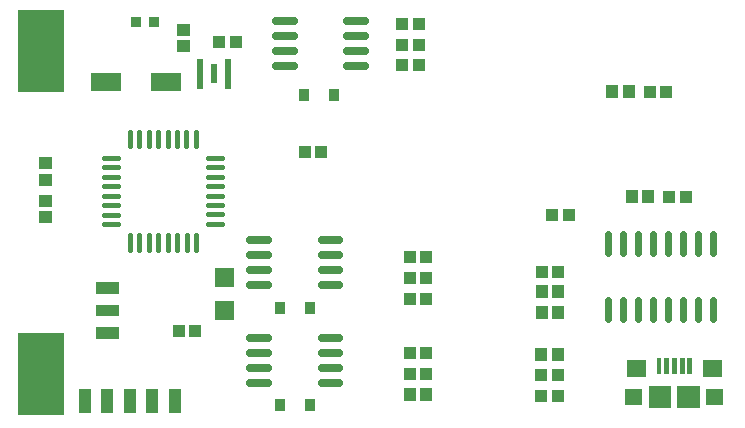
<source format=gbp>
G04 Layer: BottomPasteMaskLayer*
G04 EasyEDA v6.1.51, Thu, 11 Jul 2019 05:23:43 GMT*
G04 97ee957230b044f1988730904329927e,674c0623d3a246009f606e19fc16e94a,10*
G04 Gerber Generator version 0.2*
G04 Scale: 100 percent, Rotated: No, Reflected: No *
G04 Dimensions in millimeters *
G04 leading zeros omitted , absolute positions ,3 integer and 3 decimal *
%FSLAX33Y33*%
%MOMM*%
G90*
G71D02*

%ADD17C,0.599999*%
%ADD21R,3.999992X7.000011*%
%ADD25R,0.999998X1.099998*%
%ADD30R,0.810260X0.810260*%
%ADD31C,0.699999*%
%ADD32C,0.450012*%
%ADD42R,0.999998X1.999996*%

%LPD*%
G54D17*
G01X59309Y10172D02*
G01X59309Y8572D01*
G01X58039Y10172D02*
G01X58039Y8572D01*
G01X56769Y10172D02*
G01X56769Y8572D01*
G01X55499Y10172D02*
G01X55499Y8572D01*
G01X54229Y10172D02*
G01X54229Y8572D01*
G01X52959Y10172D02*
G01X52959Y8572D01*
G01X51689Y10172D02*
G01X51689Y8572D01*
G01X50419Y10172D02*
G01X50419Y8572D01*
G01X59309Y15709D02*
G01X59309Y14109D01*
G01X58039Y15709D02*
G01X58039Y14109D01*
G01X56769Y15709D02*
G01X56769Y14109D01*
G01X55499Y15709D02*
G01X55499Y14109D01*
G01X54229Y15709D02*
G01X54229Y14109D01*
G01X52959Y15709D02*
G01X52959Y14109D01*
G01X51689Y15709D02*
G01X51689Y14109D01*
G01X50419Y15709D02*
G01X50419Y14109D01*
G54D32*
G01X8931Y22174D02*
G01X7731Y22174D01*
G01X8931Y21374D02*
G01X7731Y21374D01*
G01X8931Y20574D02*
G01X7731Y20574D01*
G01X8931Y19773D02*
G01X7731Y19773D01*
G01X8931Y18976D02*
G01X7731Y18976D01*
G01X8931Y18176D02*
G01X7731Y18176D01*
G01X8931Y17376D02*
G01X7731Y17376D01*
G01X8931Y16576D02*
G01X7731Y16576D01*
G01X9906Y15611D02*
G01X9906Y14411D01*
G01X10706Y15611D02*
G01X10706Y14411D01*
G01X11506Y15611D02*
G01X11506Y14411D01*
G01X12306Y15611D02*
G01X12306Y14411D01*
G01X13103Y15611D02*
G01X13103Y14411D01*
G01X13903Y15611D02*
G01X13903Y14411D01*
G01X14704Y15611D02*
G01X14704Y14411D01*
G01X15504Y15611D02*
G01X15504Y14411D01*
G01X17694Y16586D02*
G01X16494Y16586D01*
G01X17694Y17386D02*
G01X16494Y17386D01*
G01X17694Y18186D02*
G01X16494Y18186D01*
G01X17694Y18986D02*
G01X16494Y18986D01*
G01X17694Y19784D02*
G01X16494Y19784D01*
G01X17694Y20584D02*
G01X16494Y20584D01*
G01X17694Y21384D02*
G01X16494Y21384D01*
G01X17694Y22184D02*
G01X16494Y22184D01*
G01X15494Y24348D02*
G01X15494Y23149D01*
G01X14693Y24348D02*
G01X14693Y23149D01*
G01X13893Y24348D02*
G01X13893Y23149D01*
G01X13093Y24348D02*
G01X13093Y23149D01*
G01X12296Y24348D02*
G01X12296Y23149D01*
G01X11496Y24348D02*
G01X11496Y23149D01*
G01X10695Y24348D02*
G01X10695Y23149D01*
G01X9895Y24348D02*
G01X9895Y23149D01*
G54D31*
G01X21603Y3124D02*
G01X20103Y3124D01*
G01X21603Y4394D02*
G01X20103Y4394D01*
G01X21603Y5664D02*
G01X20103Y5664D01*
G01X21603Y6934D02*
G01X20103Y6934D01*
G01X27648Y3124D02*
G01X26148Y3124D01*
G01X27648Y4394D02*
G01X26148Y4394D01*
G01X27648Y5664D02*
G01X26148Y5664D01*
G01X27648Y6934D02*
G01X26148Y6934D01*
G01X23762Y29921D02*
G01X22262Y29921D01*
G01X23762Y31191D02*
G01X22262Y31191D01*
G01X23762Y32461D02*
G01X22262Y32461D01*
G01X23762Y33731D02*
G01X22262Y33731D01*
G01X29807Y29921D02*
G01X28307Y29921D01*
G01X29807Y31191D02*
G01X28307Y31191D01*
G01X29807Y32461D02*
G01X28307Y32461D01*
G01X29807Y33731D02*
G01X28307Y33731D01*
G01X21603Y11379D02*
G01X20103Y11379D01*
G01X21603Y12649D02*
G01X20103Y12649D01*
G01X21603Y13919D02*
G01X20103Y13919D01*
G01X21603Y15189D02*
G01X20103Y15189D01*
G01X27648Y11379D02*
G01X26148Y11379D01*
G01X27648Y12649D02*
G01X26148Y12649D01*
G01X27648Y13919D02*
G01X26148Y13919D01*
G01X27648Y15189D02*
G01X26148Y15189D01*
G36*
G01X60007Y5054D02*
G01X58407Y5054D01*
G01X58407Y3655D01*
G01X60007Y3655D01*
G01X60007Y5054D01*
G37*
G36*
G01X53606Y5054D02*
G01X52006Y5054D01*
G01X52006Y3655D01*
G01X53606Y3655D01*
G01X53606Y5054D01*
G37*
G36*
G01X60162Y2567D02*
G01X58712Y2567D01*
G01X58712Y1267D01*
G01X60162Y1267D01*
G01X60162Y2567D01*
G37*
G36*
G01X53304Y2567D02*
G01X51854Y2567D01*
G01X51854Y1267D01*
G01X53304Y1267D01*
G01X53304Y2567D01*
G37*
G36*
G01X58150Y2867D02*
G01X56250Y2867D01*
G01X56250Y967D01*
G01X58150Y967D01*
G01X58150Y2867D01*
G37*
G36*
G01X55763Y2867D02*
G01X53863Y2867D01*
G01X53863Y967D01*
G01X55763Y967D01*
G01X55763Y2867D01*
G37*
G36*
G01X57503Y5257D02*
G01X57104Y5257D01*
G01X57104Y3909D01*
G01X57503Y3909D01*
G01X57503Y5257D01*
G37*
G36*
G01X54912Y5257D02*
G01X54513Y5257D01*
G01X54513Y3909D01*
G01X54912Y3909D01*
G01X54912Y5257D01*
G37*
G36*
G01X56868Y5257D02*
G01X56469Y5257D01*
G01X56469Y3909D01*
G01X56868Y3909D01*
G01X56868Y5257D01*
G37*
G36*
G01X55547Y5257D02*
G01X55148Y5257D01*
G01X55148Y3909D01*
G01X55547Y3909D01*
G01X55547Y5257D01*
G37*
G36*
G01X56207Y5257D02*
G01X55808Y5257D01*
G01X55808Y3909D01*
G01X56207Y3909D01*
G01X56207Y5257D01*
G37*
G36*
G01X15570Y30535D02*
G01X15570Y28036D01*
G01X16068Y28036D01*
G01X16068Y30535D01*
G01X15570Y30535D01*
G37*
G36*
G01X16769Y30086D02*
G01X16769Y28486D01*
G01X17266Y28486D01*
G01X17266Y30086D01*
G01X16769Y30086D01*
G37*
G36*
G01X17967Y30535D02*
G01X17967Y28036D01*
G01X18465Y28036D01*
G01X18465Y30535D01*
G01X17967Y30535D01*
G37*
G54D25*
G01X46127Y1981D03*
G01X44728Y1981D03*
G01X46127Y3759D03*
G01X44728Y3759D03*
G36*
G01X44236Y4975D02*
G01X45237Y4975D01*
G01X45237Y6075D01*
G01X44236Y6075D01*
G01X44236Y4975D01*
G37*
G36*
G01X45636Y4975D02*
G01X46636Y4975D01*
G01X46636Y6075D01*
G01X45636Y6075D01*
G01X45636Y4975D01*
G37*
G01X34989Y3886D03*
G01X33590Y3886D03*
G01X34989Y5664D03*
G01X33590Y5664D03*
G36*
G01X33091Y1557D02*
G01X34089Y1557D01*
G01X34089Y2659D01*
G01X33091Y2659D01*
G01X33091Y1557D01*
G37*
G36*
G01X34490Y1557D02*
G01X35488Y1557D01*
G01X35488Y2659D01*
G01X34490Y2659D01*
G01X34490Y1557D01*
G37*
G36*
G01X22207Y718D02*
G01X23007Y718D01*
G01X23007Y1719D01*
G01X22207Y1719D01*
G01X22207Y718D01*
G37*
G36*
G01X24747Y718D02*
G01X25547Y718D01*
G01X25547Y1719D01*
G01X24747Y1719D01*
G01X24747Y718D01*
G37*
G36*
G01X44267Y10320D02*
G01X45265Y10320D01*
G01X45265Y11422D01*
G01X44267Y11422D01*
G01X44267Y10320D01*
G37*
G36*
G01X45666Y10320D02*
G01X46664Y10320D01*
G01X46664Y11422D01*
G01X45666Y11422D01*
G01X45666Y10320D01*
G37*
G36*
G01X44267Y8542D02*
G01X45265Y8542D01*
G01X45265Y9644D01*
G01X44267Y9644D01*
G01X44267Y8542D01*
G37*
G36*
G01X45666Y8542D02*
G01X46664Y8542D01*
G01X46664Y9644D01*
G01X45666Y9644D01*
G01X45666Y8542D01*
G37*
G36*
G01X51887Y18321D02*
G01X52885Y18321D01*
G01X52885Y19423D01*
G01X51887Y19423D01*
G01X51887Y18321D01*
G37*
G36*
G01X53286Y18321D02*
G01X54284Y18321D01*
G01X54284Y19423D01*
G01X53286Y19423D01*
G01X53286Y18321D01*
G37*
G36*
G01X50236Y27211D02*
G01X51234Y27211D01*
G01X51234Y28313D01*
G01X50236Y28313D01*
G01X50236Y27211D01*
G37*
G36*
G01X51635Y27211D02*
G01X52633Y27211D01*
G01X52633Y28313D01*
G01X51635Y28313D01*
G01X51635Y27211D01*
G37*
G01X56960Y18872D03*
G01X55561Y18872D03*
G01X55309Y27762D03*
G01X53910Y27762D03*
G01X46165Y12522D03*
G01X44766Y12522D03*
G01X47054Y17348D03*
G01X45655Y17348D03*
G01X26099Y22682D03*
G01X24700Y22682D03*
G01X15458Y7504D03*
G01X14058Y7504D03*
G36*
G01X2242Y19055D02*
G01X2242Y18056D01*
G01X3345Y18056D01*
G01X3345Y19055D01*
G01X2242Y19055D01*
G37*
G36*
G01X2242Y17655D02*
G01X2242Y16657D01*
G01X3345Y16657D01*
G01X3345Y17655D01*
G01X2242Y17655D01*
G37*
G01X34354Y30048D03*
G01X32955Y30048D03*
G01X34354Y33477D03*
G01X32955Y33477D03*
G01X34354Y31699D03*
G01X32955Y31699D03*
G36*
G01X24239Y27007D02*
G01X25039Y27007D01*
G01X25039Y28008D01*
G01X24239Y28008D01*
G01X24239Y27007D01*
G37*
G36*
G01X26779Y27007D02*
G01X27579Y27007D01*
G01X27579Y28008D01*
G01X26779Y28008D01*
G01X26779Y27007D01*
G37*
G01X34989Y10236D03*
G01X33590Y10236D03*
G01X34989Y13792D03*
G01X33590Y13792D03*
G01X34989Y12014D03*
G01X33590Y12014D03*
G36*
G01X22207Y8973D02*
G01X23007Y8973D01*
G01X23007Y9974D01*
G01X22207Y9974D01*
G01X22207Y8973D01*
G37*
G36*
G01X24747Y8973D02*
G01X25547Y8973D01*
G01X25547Y9974D01*
G01X24747Y9974D01*
G01X24747Y8973D01*
G37*
G36*
G01X9146Y27839D02*
G01X9146Y29363D01*
G01X6606Y29363D01*
G01X6606Y27839D01*
G01X9146Y27839D01*
G37*
G36*
G01X14226Y27839D02*
G01X14226Y29363D01*
G01X11686Y29363D01*
G01X11686Y27839D01*
G01X14226Y27839D01*
G37*
G36*
G01X3345Y19832D02*
G01X3345Y20830D01*
G01X2242Y20830D01*
G01X2242Y19832D01*
G01X3345Y19832D01*
G37*
G36*
G01X3345Y21231D02*
G01X3345Y22230D01*
G01X2242Y22230D01*
G01X2242Y21231D01*
G01X3345Y21231D01*
G37*
G36*
G01X18735Y8485D02*
G01X18735Y10085D01*
G01X17135Y10085D01*
G01X17135Y8485D01*
G01X18735Y8485D01*
G37*
G36*
G01X18735Y11284D02*
G01X18735Y12884D01*
G01X17135Y12884D01*
G01X17135Y11284D01*
G01X18735Y11284D01*
G37*
G01X18869Y31963D03*
G01X17469Y31963D03*
G36*
G01X13916Y33535D02*
G01X13916Y32535D01*
G01X15016Y32535D01*
G01X15016Y33535D01*
G01X13916Y33535D01*
G37*
G36*
G01X13916Y32135D02*
G01X13916Y31135D01*
G01X15016Y31135D01*
G01X15016Y32135D01*
G01X13916Y32135D01*
G37*
G54D30*
G01X11961Y33643D03*
G01X10437Y33643D03*
G36*
G01X7000Y6814D02*
G01X7000Y7815D01*
G01X9001Y7815D01*
G01X9001Y6814D01*
G01X7000Y6814D01*
G37*
G36*
G01X6997Y8745D02*
G01X6997Y9745D01*
G01X8996Y9745D01*
G01X8996Y8745D01*
G01X6997Y8745D01*
G37*
G36*
G01X7000Y10624D02*
G01X7000Y11625D01*
G01X9001Y11625D01*
G01X9001Y10624D01*
G01X7000Y10624D01*
G37*
G54D21*
G01X2413Y31191D03*
G54D42*
G01X6096Y1600D03*
G01X13716Y1600D03*
G01X11811Y1600D03*
G01X9906Y1600D03*
G01X8001Y1600D03*
G54D21*
G01X2413Y3886D03*
M00*
M02*

</source>
